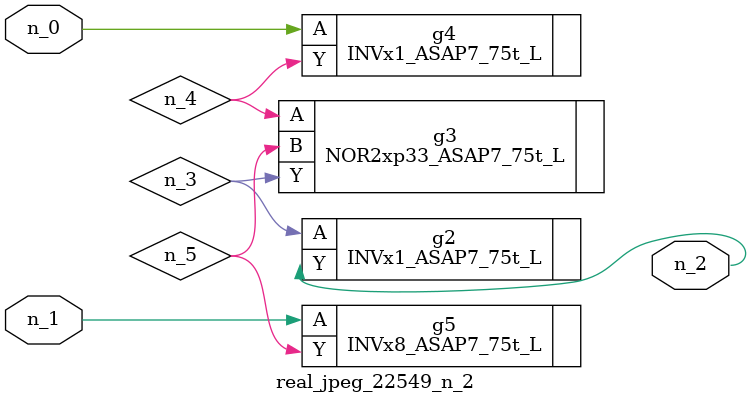
<source format=v>
module real_jpeg_22549_n_2 (n_1, n_0, n_2);

input n_1;
input n_0;

output n_2;

wire n_5;
wire n_4;
wire n_3;

INVx1_ASAP7_75t_L g4 ( 
.A(n_0),
.Y(n_4)
);

INVx8_ASAP7_75t_L g5 ( 
.A(n_1),
.Y(n_5)
);

INVx1_ASAP7_75t_L g2 ( 
.A(n_3),
.Y(n_2)
);

NOR2xp33_ASAP7_75t_L g3 ( 
.A(n_4),
.B(n_5),
.Y(n_3)
);


endmodule
</source>
